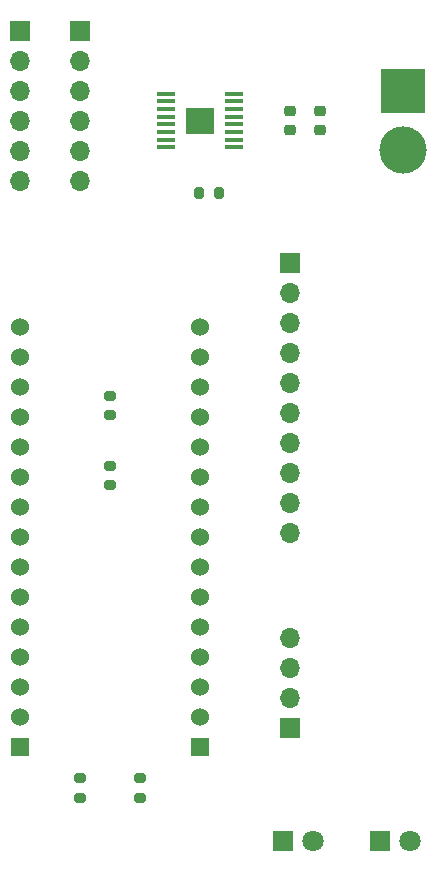
<source format=gts>
%TF.GenerationSoftware,KiCad,Pcbnew,(6.0.7)*%
%TF.CreationDate,2023-08-18T16:06:47+09:00*%
%TF.ProjectId,graduate-project,67726164-7561-4746-952d-70726f6a6563,rev?*%
%TF.SameCoordinates,Original*%
%TF.FileFunction,Soldermask,Top*%
%TF.FilePolarity,Negative*%
%FSLAX46Y46*%
G04 Gerber Fmt 4.6, Leading zero omitted, Abs format (unit mm)*
G04 Created by KiCad (PCBNEW (6.0.7)) date 2023-08-18 16:06:47*
%MOMM*%
%LPD*%
G01*
G04 APERTURE LIST*
G04 Aperture macros list*
%AMRoundRect*
0 Rectangle with rounded corners*
0 $1 Rounding radius*
0 $2 $3 $4 $5 $6 $7 $8 $9 X,Y pos of 4 corners*
0 Add a 4 corners polygon primitive as box body*
4,1,4,$2,$3,$4,$5,$6,$7,$8,$9,$2,$3,0*
0 Add four circle primitives for the rounded corners*
1,1,$1+$1,$2,$3*
1,1,$1+$1,$4,$5*
1,1,$1+$1,$6,$7*
1,1,$1+$1,$8,$9*
0 Add four rect primitives between the rounded corners*
20,1,$1+$1,$2,$3,$4,$5,0*
20,1,$1+$1,$4,$5,$6,$7,0*
20,1,$1+$1,$6,$7,$8,$9,0*
20,1,$1+$1,$8,$9,$2,$3,0*%
G04 Aperture macros list end*
%ADD10R,1.700000X1.700000*%
%ADD11O,1.700000X1.700000*%
%ADD12RoundRect,0.200000X0.200000X0.275000X-0.200000X0.275000X-0.200000X-0.275000X0.200000X-0.275000X0*%
%ADD13RoundRect,0.225000X0.250000X-0.225000X0.250000X0.225000X-0.250000X0.225000X-0.250000X-0.225000X0*%
%ADD14R,1.800000X1.800000*%
%ADD15C,1.800000*%
%ADD16RoundRect,0.200000X0.275000X-0.200000X0.275000X0.200000X-0.275000X0.200000X-0.275000X-0.200000X0*%
%ADD17R,1.530000X1.530000*%
%ADD18C,1.530000*%
%ADD19R,2.460000X2.310000*%
%ADD20RoundRect,0.100000X-0.687500X-0.100000X0.687500X-0.100000X0.687500X0.100000X-0.687500X0.100000X0*%
%ADD21R,3.800000X3.800000*%
%ADD22C,4.000000*%
G04 APERTURE END LIST*
D10*
%TO.C,J2*%
X78740000Y-61625000D03*
D11*
X78740000Y-64165000D03*
X78740000Y-66705000D03*
X78740000Y-69245000D03*
X78740000Y-71785000D03*
X78740000Y-74325000D03*
X78740000Y-76865000D03*
X78740000Y-79405000D03*
X78740000Y-81945000D03*
X78740000Y-84485000D03*
%TD*%
D12*
%TO.C,R3*%
X72707000Y-55626000D03*
X71057000Y-55626000D03*
%TD*%
D13*
%TO.C,C2*%
X81280000Y-50305000D03*
X81280000Y-48755000D03*
%TD*%
D14*
%TO.C,D1*%
X78100000Y-110490000D03*
D15*
X80640000Y-110490000D03*
%TD*%
D16*
%TO.C,R2*%
X63500000Y-80390000D03*
X63500000Y-78740000D03*
%TD*%
%TO.C,R1*%
X63500000Y-74485000D03*
X63500000Y-72835000D03*
%TD*%
D14*
%TO.C,D2*%
X86355000Y-110490000D03*
D15*
X88895000Y-110490000D03*
%TD*%
D16*
%TO.C,R4*%
X66040000Y-106870000D03*
X66040000Y-105220000D03*
%TD*%
D13*
%TO.C,C1*%
X78740000Y-50305000D03*
X78740000Y-48755000D03*
%TD*%
D16*
%TO.C,R5*%
X60960000Y-106870000D03*
X60960000Y-105220000D03*
%TD*%
D17*
%TO.C,U1*%
X71120000Y-102575000D03*
D18*
X71120000Y-100035000D03*
X71120000Y-97495000D03*
X71120000Y-94955000D03*
X71120000Y-92415000D03*
X71120000Y-89875000D03*
X71120000Y-87335000D03*
X71120000Y-84795000D03*
X71120000Y-82255000D03*
X71120000Y-79715000D03*
X71120000Y-77175000D03*
X71120000Y-74635000D03*
X71120000Y-72095000D03*
X71120000Y-69555000D03*
X71120000Y-67015000D03*
D17*
X55880000Y-102575000D03*
D18*
X55880000Y-100035000D03*
X55880000Y-97495000D03*
X55880000Y-94955000D03*
X55880000Y-92415000D03*
X55880000Y-89875000D03*
X55880000Y-87335000D03*
X55880000Y-84795000D03*
X55880000Y-82255000D03*
X55880000Y-79715000D03*
X55880000Y-77175000D03*
X55880000Y-74635000D03*
X55880000Y-72095000D03*
X55880000Y-69555000D03*
X55880000Y-67015000D03*
%TD*%
D19*
%TO.C,U2*%
X71120000Y-49530000D03*
D20*
X68257500Y-47255000D03*
X68257500Y-47905000D03*
X68257500Y-48555000D03*
X68257500Y-49205000D03*
X68257500Y-49855000D03*
X68257500Y-50505000D03*
X68257500Y-51155000D03*
X68257500Y-51805000D03*
X73982500Y-51805000D03*
X73982500Y-51155000D03*
X73982500Y-50505000D03*
X73982500Y-49855000D03*
X73982500Y-49205000D03*
X73982500Y-48555000D03*
X73982500Y-47905000D03*
X73982500Y-47255000D03*
%TD*%
D10*
%TO.C,J5*%
X55905000Y-41935000D03*
D11*
X55905000Y-44475000D03*
X55905000Y-47015000D03*
X55905000Y-49555000D03*
X55905000Y-52095000D03*
X55905000Y-54635000D03*
%TD*%
D10*
%TO.C,J3*%
X78715000Y-100955000D03*
D11*
X78715000Y-98415000D03*
X78715000Y-95875000D03*
X78715000Y-93335000D03*
%TD*%
D21*
%TO.C,J1*%
X88265000Y-46990000D03*
D22*
X88265000Y-51990000D03*
%TD*%
D10*
%TO.C,J4*%
X60985000Y-41935000D03*
D11*
X60985000Y-44475000D03*
X60985000Y-47015000D03*
X60985000Y-49555000D03*
X60985000Y-52095000D03*
X60985000Y-54635000D03*
%TD*%
M02*

</source>
